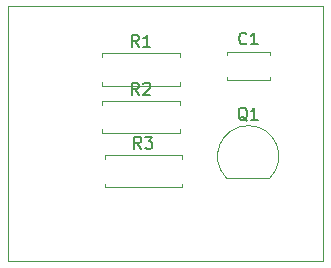
<source format=gbr>
G04 #@! TF.GenerationSoftware,KiCad,Pcbnew,(5.1.2)-2*
G04 #@! TF.CreationDate,2019-08-09T21:52:20-03:00*
G04 #@! TF.ProjectId,Yudao,59756461-6f2e-46b6-9963-61645f706362,rev?*
G04 #@! TF.SameCoordinates,Original*
G04 #@! TF.FileFunction,Legend,Top*
G04 #@! TF.FilePolarity,Positive*
%FSLAX46Y46*%
G04 Gerber Fmt 4.6, Leading zero omitted, Abs format (unit mm)*
G04 Created by KiCad (PCBNEW (5.1.2)-2) date 2019-08-09 21:52:20*
%MOMM*%
%LPD*%
G04 APERTURE LIST*
%ADD10C,0.050000*%
%ADD11C,0.120000*%
%ADD12C,0.150000*%
G04 APERTURE END LIST*
D10*
X139700000Y-83820000D02*
X113030000Y-83820000D01*
X139700000Y-85090000D02*
X139700000Y-83820000D01*
X139700000Y-105410000D02*
X139700000Y-85090000D01*
X113030000Y-105410000D02*
X139700000Y-105410000D01*
X113030000Y-83820000D02*
X113030000Y-105410000D01*
D11*
X127730000Y-99160000D02*
X127730000Y-98830000D01*
X121190000Y-99160000D02*
X127730000Y-99160000D01*
X121190000Y-98830000D02*
X121190000Y-99160000D01*
X127730000Y-96420000D02*
X127730000Y-96750000D01*
X121190000Y-96420000D02*
X127730000Y-96420000D01*
X121190000Y-96750000D02*
X121190000Y-96420000D01*
X127535001Y-94575001D02*
X127535001Y-94245001D01*
X120995001Y-94575001D02*
X127535001Y-94575001D01*
X120995001Y-94245001D02*
X120995001Y-94575001D01*
X127535001Y-91835001D02*
X127535001Y-92165001D01*
X120995001Y-91835001D02*
X127535001Y-91835001D01*
X120995001Y-92165001D02*
X120995001Y-91835001D01*
X127535001Y-90525001D02*
X127535001Y-90195001D01*
X120995001Y-90525001D02*
X127535001Y-90525001D01*
X120995001Y-90195001D02*
X120995001Y-90525001D01*
X127535001Y-87785001D02*
X127535001Y-88115001D01*
X120995001Y-87785001D02*
X127535001Y-87785001D01*
X120995001Y-88115001D02*
X120995001Y-87785001D01*
X135188478Y-98358478D02*
G75*
G03X133350000Y-93920000I-1838478J1838478D01*
G01*
X131511522Y-98358478D02*
G75*
G02X133350000Y-93920000I1838478J1838478D01*
G01*
X131550000Y-98370000D02*
X135150000Y-98370000D01*
X135190000Y-89825000D02*
X135190000Y-90070000D01*
X135190000Y-87730000D02*
X135190000Y-87975000D01*
X131550000Y-89825000D02*
X131550000Y-90070000D01*
X131550000Y-87730000D02*
X131550000Y-87975000D01*
X131550000Y-90070000D02*
X135190000Y-90070000D01*
X131550000Y-87730000D02*
X135190000Y-87730000D01*
D12*
X124293333Y-95872380D02*
X123960000Y-95396190D01*
X123721904Y-95872380D02*
X123721904Y-94872380D01*
X124102857Y-94872380D01*
X124198095Y-94920000D01*
X124245714Y-94967619D01*
X124293333Y-95062857D01*
X124293333Y-95205714D01*
X124245714Y-95300952D01*
X124198095Y-95348571D01*
X124102857Y-95396190D01*
X123721904Y-95396190D01*
X124626666Y-94872380D02*
X125245714Y-94872380D01*
X124912380Y-95253333D01*
X125055238Y-95253333D01*
X125150476Y-95300952D01*
X125198095Y-95348571D01*
X125245714Y-95443809D01*
X125245714Y-95681904D01*
X125198095Y-95777142D01*
X125150476Y-95824761D01*
X125055238Y-95872380D01*
X124769523Y-95872380D01*
X124674285Y-95824761D01*
X124626666Y-95777142D01*
X124098334Y-91287381D02*
X123765001Y-90811191D01*
X123526905Y-91287381D02*
X123526905Y-90287381D01*
X123907858Y-90287381D01*
X124003096Y-90335001D01*
X124050715Y-90382620D01*
X124098334Y-90477858D01*
X124098334Y-90620715D01*
X124050715Y-90715953D01*
X124003096Y-90763572D01*
X123907858Y-90811191D01*
X123526905Y-90811191D01*
X124479286Y-90382620D02*
X124526905Y-90335001D01*
X124622143Y-90287381D01*
X124860239Y-90287381D01*
X124955477Y-90335001D01*
X125003096Y-90382620D01*
X125050715Y-90477858D01*
X125050715Y-90573096D01*
X125003096Y-90715953D01*
X124431667Y-91287381D01*
X125050715Y-91287381D01*
X124098334Y-87237381D02*
X123765001Y-86761191D01*
X123526905Y-87237381D02*
X123526905Y-86237381D01*
X123907858Y-86237381D01*
X124003096Y-86285001D01*
X124050715Y-86332620D01*
X124098334Y-86427858D01*
X124098334Y-86570715D01*
X124050715Y-86665953D01*
X124003096Y-86713572D01*
X123907858Y-86761191D01*
X123526905Y-86761191D01*
X125050715Y-87237381D02*
X124479286Y-87237381D01*
X124765001Y-87237381D02*
X124765001Y-86237381D01*
X124669762Y-86380239D01*
X124574524Y-86475477D01*
X124479286Y-86523096D01*
X133254761Y-93507619D02*
X133159523Y-93460000D01*
X133064285Y-93364761D01*
X132921428Y-93221904D01*
X132826190Y-93174285D01*
X132730952Y-93174285D01*
X132778571Y-93412380D02*
X132683333Y-93364761D01*
X132588095Y-93269523D01*
X132540476Y-93079047D01*
X132540476Y-92745714D01*
X132588095Y-92555238D01*
X132683333Y-92460000D01*
X132778571Y-92412380D01*
X132969047Y-92412380D01*
X133064285Y-92460000D01*
X133159523Y-92555238D01*
X133207142Y-92745714D01*
X133207142Y-93079047D01*
X133159523Y-93269523D01*
X133064285Y-93364761D01*
X132969047Y-93412380D01*
X132778571Y-93412380D01*
X134159523Y-93412380D02*
X133588095Y-93412380D01*
X133873809Y-93412380D02*
X133873809Y-92412380D01*
X133778571Y-92555238D01*
X133683333Y-92650476D01*
X133588095Y-92698095D01*
X133203333Y-86957142D02*
X133155714Y-87004761D01*
X133012857Y-87052380D01*
X132917619Y-87052380D01*
X132774761Y-87004761D01*
X132679523Y-86909523D01*
X132631904Y-86814285D01*
X132584285Y-86623809D01*
X132584285Y-86480952D01*
X132631904Y-86290476D01*
X132679523Y-86195238D01*
X132774761Y-86100000D01*
X132917619Y-86052380D01*
X133012857Y-86052380D01*
X133155714Y-86100000D01*
X133203333Y-86147619D01*
X134155714Y-87052380D02*
X133584285Y-87052380D01*
X133870000Y-87052380D02*
X133870000Y-86052380D01*
X133774761Y-86195238D01*
X133679523Y-86290476D01*
X133584285Y-86338095D01*
M02*

</source>
